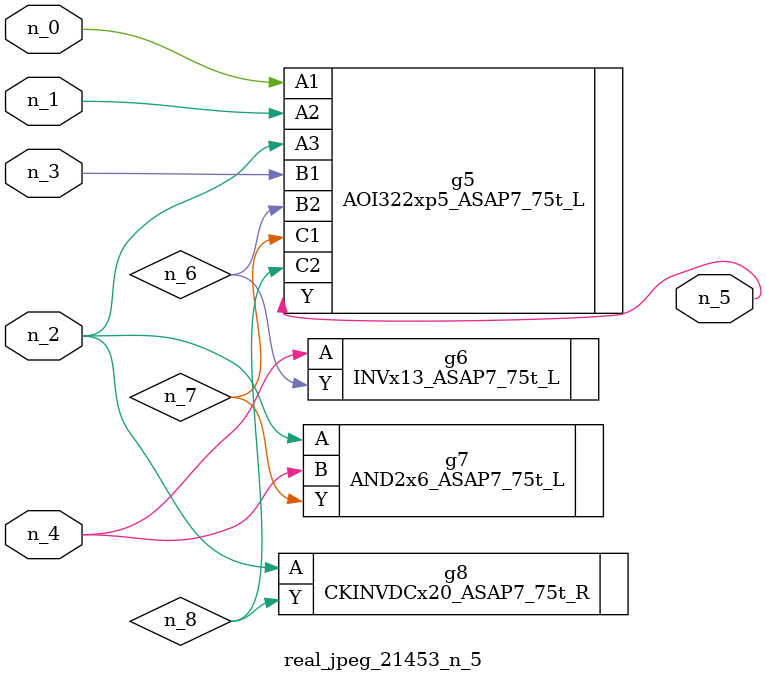
<source format=v>
module real_jpeg_21453_n_5 (n_4, n_0, n_1, n_2, n_3, n_5);

input n_4;
input n_0;
input n_1;
input n_2;
input n_3;

output n_5;

wire n_8;
wire n_6;
wire n_7;

AOI322xp5_ASAP7_75t_L g5 ( 
.A1(n_0),
.A2(n_1),
.A3(n_2),
.B1(n_3),
.B2(n_6),
.C1(n_7),
.C2(n_8),
.Y(n_5)
);

AND2x6_ASAP7_75t_L g7 ( 
.A(n_2),
.B(n_4),
.Y(n_7)
);

CKINVDCx20_ASAP7_75t_R g8 ( 
.A(n_2),
.Y(n_8)
);

INVx13_ASAP7_75t_L g6 ( 
.A(n_4),
.Y(n_6)
);


endmodule
</source>
